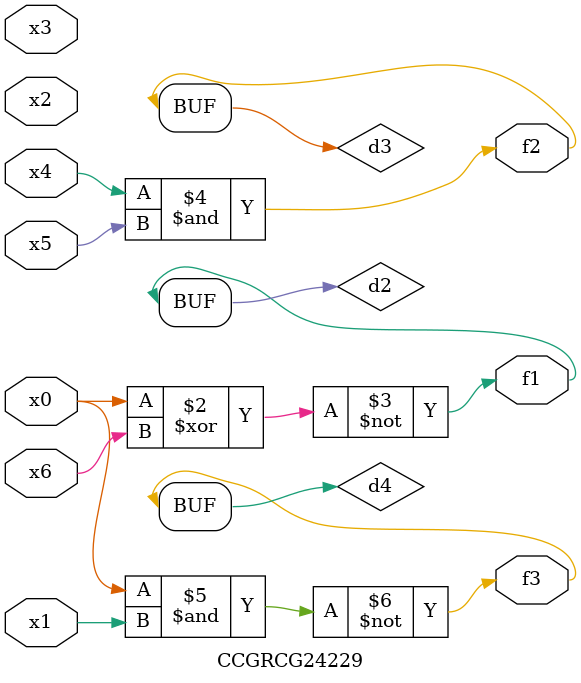
<source format=v>
module CCGRCG24229(
	input x0, x1, x2, x3, x4, x5, x6,
	output f1, f2, f3
);

	wire d1, d2, d3, d4;

	nor (d1, x0);
	xnor (d2, x0, x6);
	and (d3, x4, x5);
	nand (d4, x0, x1);
	assign f1 = d2;
	assign f2 = d3;
	assign f3 = d4;
endmodule

</source>
